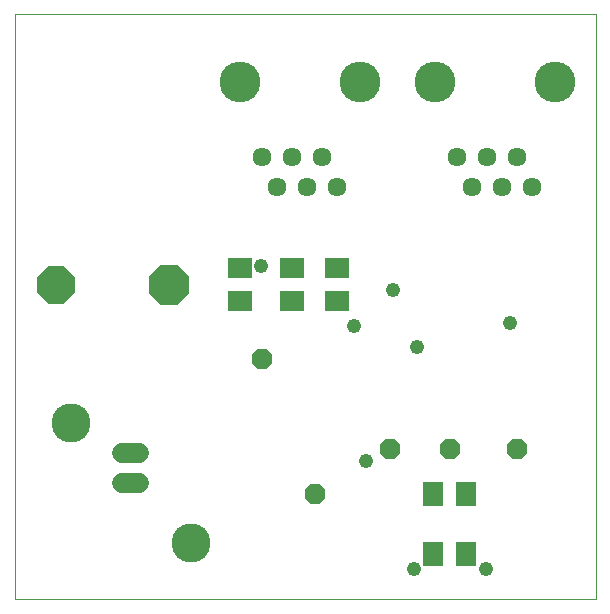
<source format=gbs>
G75*
%MOIN*%
%OFA0B0*%
%FSLAX24Y24*%
%IPPOS*%
%LPD*%
%AMOC8*
5,1,8,0,0,1.08239X$1,22.5*
%
%ADD10C,0.0000*%
%ADD11C,0.0662*%
%ADD12C,0.1303*%
%ADD13OC8,0.1261*%
%ADD14OC8,0.1346*%
%ADD15C,0.0634*%
%ADD16C,0.1360*%
%ADD17R,0.0710X0.0790*%
%ADD18R,0.0789X0.0710*%
%ADD19R,0.0790X0.0710*%
%ADD20OC8,0.0680*%
%ADD21C,0.0480*%
D10*
X000100Y001257D02*
X000100Y020753D01*
X019470Y020753D01*
X019470Y001257D01*
X000100Y001257D01*
X006960Y018507D02*
X006962Y018557D01*
X006968Y018607D01*
X006978Y018656D01*
X006991Y018705D01*
X007009Y018752D01*
X007030Y018798D01*
X007054Y018841D01*
X007082Y018883D01*
X007113Y018923D01*
X007147Y018960D01*
X007184Y018994D01*
X007224Y019025D01*
X007266Y019053D01*
X007309Y019077D01*
X007355Y019098D01*
X007402Y019116D01*
X007451Y019129D01*
X007500Y019139D01*
X007550Y019145D01*
X007600Y019147D01*
X007650Y019145D01*
X007700Y019139D01*
X007749Y019129D01*
X007798Y019116D01*
X007845Y019098D01*
X007891Y019077D01*
X007934Y019053D01*
X007976Y019025D01*
X008016Y018994D01*
X008053Y018960D01*
X008087Y018923D01*
X008118Y018883D01*
X008146Y018841D01*
X008170Y018798D01*
X008191Y018752D01*
X008209Y018705D01*
X008222Y018656D01*
X008232Y018607D01*
X008238Y018557D01*
X008240Y018507D01*
X008238Y018457D01*
X008232Y018407D01*
X008222Y018358D01*
X008209Y018309D01*
X008191Y018262D01*
X008170Y018216D01*
X008146Y018173D01*
X008118Y018131D01*
X008087Y018091D01*
X008053Y018054D01*
X008016Y018020D01*
X007976Y017989D01*
X007934Y017961D01*
X007891Y017937D01*
X007845Y017916D01*
X007798Y017898D01*
X007749Y017885D01*
X007700Y017875D01*
X007650Y017869D01*
X007600Y017867D01*
X007550Y017869D01*
X007500Y017875D01*
X007451Y017885D01*
X007402Y017898D01*
X007355Y017916D01*
X007309Y017937D01*
X007266Y017961D01*
X007224Y017989D01*
X007184Y018020D01*
X007147Y018054D01*
X007113Y018091D01*
X007082Y018131D01*
X007054Y018173D01*
X007030Y018216D01*
X007009Y018262D01*
X006991Y018309D01*
X006978Y018358D01*
X006968Y018407D01*
X006962Y018457D01*
X006960Y018507D01*
X010960Y018507D02*
X010962Y018557D01*
X010968Y018607D01*
X010978Y018656D01*
X010991Y018705D01*
X011009Y018752D01*
X011030Y018798D01*
X011054Y018841D01*
X011082Y018883D01*
X011113Y018923D01*
X011147Y018960D01*
X011184Y018994D01*
X011224Y019025D01*
X011266Y019053D01*
X011309Y019077D01*
X011355Y019098D01*
X011402Y019116D01*
X011451Y019129D01*
X011500Y019139D01*
X011550Y019145D01*
X011600Y019147D01*
X011650Y019145D01*
X011700Y019139D01*
X011749Y019129D01*
X011798Y019116D01*
X011845Y019098D01*
X011891Y019077D01*
X011934Y019053D01*
X011976Y019025D01*
X012016Y018994D01*
X012053Y018960D01*
X012087Y018923D01*
X012118Y018883D01*
X012146Y018841D01*
X012170Y018798D01*
X012191Y018752D01*
X012209Y018705D01*
X012222Y018656D01*
X012232Y018607D01*
X012238Y018557D01*
X012240Y018507D01*
X012238Y018457D01*
X012232Y018407D01*
X012222Y018358D01*
X012209Y018309D01*
X012191Y018262D01*
X012170Y018216D01*
X012146Y018173D01*
X012118Y018131D01*
X012087Y018091D01*
X012053Y018054D01*
X012016Y018020D01*
X011976Y017989D01*
X011934Y017961D01*
X011891Y017937D01*
X011845Y017916D01*
X011798Y017898D01*
X011749Y017885D01*
X011700Y017875D01*
X011650Y017869D01*
X011600Y017867D01*
X011550Y017869D01*
X011500Y017875D01*
X011451Y017885D01*
X011402Y017898D01*
X011355Y017916D01*
X011309Y017937D01*
X011266Y017961D01*
X011224Y017989D01*
X011184Y018020D01*
X011147Y018054D01*
X011113Y018091D01*
X011082Y018131D01*
X011054Y018173D01*
X011030Y018216D01*
X011009Y018262D01*
X010991Y018309D01*
X010978Y018358D01*
X010968Y018407D01*
X010962Y018457D01*
X010960Y018507D01*
X013460Y018507D02*
X013462Y018557D01*
X013468Y018607D01*
X013478Y018656D01*
X013491Y018705D01*
X013509Y018752D01*
X013530Y018798D01*
X013554Y018841D01*
X013582Y018883D01*
X013613Y018923D01*
X013647Y018960D01*
X013684Y018994D01*
X013724Y019025D01*
X013766Y019053D01*
X013809Y019077D01*
X013855Y019098D01*
X013902Y019116D01*
X013951Y019129D01*
X014000Y019139D01*
X014050Y019145D01*
X014100Y019147D01*
X014150Y019145D01*
X014200Y019139D01*
X014249Y019129D01*
X014298Y019116D01*
X014345Y019098D01*
X014391Y019077D01*
X014434Y019053D01*
X014476Y019025D01*
X014516Y018994D01*
X014553Y018960D01*
X014587Y018923D01*
X014618Y018883D01*
X014646Y018841D01*
X014670Y018798D01*
X014691Y018752D01*
X014709Y018705D01*
X014722Y018656D01*
X014732Y018607D01*
X014738Y018557D01*
X014740Y018507D01*
X014738Y018457D01*
X014732Y018407D01*
X014722Y018358D01*
X014709Y018309D01*
X014691Y018262D01*
X014670Y018216D01*
X014646Y018173D01*
X014618Y018131D01*
X014587Y018091D01*
X014553Y018054D01*
X014516Y018020D01*
X014476Y017989D01*
X014434Y017961D01*
X014391Y017937D01*
X014345Y017916D01*
X014298Y017898D01*
X014249Y017885D01*
X014200Y017875D01*
X014150Y017869D01*
X014100Y017867D01*
X014050Y017869D01*
X014000Y017875D01*
X013951Y017885D01*
X013902Y017898D01*
X013855Y017916D01*
X013809Y017937D01*
X013766Y017961D01*
X013724Y017989D01*
X013684Y018020D01*
X013647Y018054D01*
X013613Y018091D01*
X013582Y018131D01*
X013554Y018173D01*
X013530Y018216D01*
X013509Y018262D01*
X013491Y018309D01*
X013478Y018358D01*
X013468Y018407D01*
X013462Y018457D01*
X013460Y018507D01*
X017460Y018507D02*
X017462Y018557D01*
X017468Y018607D01*
X017478Y018656D01*
X017491Y018705D01*
X017509Y018752D01*
X017530Y018798D01*
X017554Y018841D01*
X017582Y018883D01*
X017613Y018923D01*
X017647Y018960D01*
X017684Y018994D01*
X017724Y019025D01*
X017766Y019053D01*
X017809Y019077D01*
X017855Y019098D01*
X017902Y019116D01*
X017951Y019129D01*
X018000Y019139D01*
X018050Y019145D01*
X018100Y019147D01*
X018150Y019145D01*
X018200Y019139D01*
X018249Y019129D01*
X018298Y019116D01*
X018345Y019098D01*
X018391Y019077D01*
X018434Y019053D01*
X018476Y019025D01*
X018516Y018994D01*
X018553Y018960D01*
X018587Y018923D01*
X018618Y018883D01*
X018646Y018841D01*
X018670Y018798D01*
X018691Y018752D01*
X018709Y018705D01*
X018722Y018656D01*
X018732Y018607D01*
X018738Y018557D01*
X018740Y018507D01*
X018738Y018457D01*
X018732Y018407D01*
X018722Y018358D01*
X018709Y018309D01*
X018691Y018262D01*
X018670Y018216D01*
X018646Y018173D01*
X018618Y018131D01*
X018587Y018091D01*
X018553Y018054D01*
X018516Y018020D01*
X018476Y017989D01*
X018434Y017961D01*
X018391Y017937D01*
X018345Y017916D01*
X018298Y017898D01*
X018249Y017885D01*
X018200Y017875D01*
X018150Y017869D01*
X018100Y017867D01*
X018050Y017869D01*
X018000Y017875D01*
X017951Y017885D01*
X017902Y017898D01*
X017855Y017916D01*
X017809Y017937D01*
X017766Y017961D01*
X017724Y017989D01*
X017684Y018020D01*
X017647Y018054D01*
X017613Y018091D01*
X017582Y018131D01*
X017554Y018173D01*
X017530Y018216D01*
X017509Y018262D01*
X017491Y018309D01*
X017478Y018358D01*
X017468Y018407D01*
X017462Y018457D01*
X017460Y018507D01*
D11*
X004265Y006131D02*
X003683Y006131D01*
X003675Y005139D02*
X004257Y005139D01*
D12*
X005974Y003131D03*
X001974Y007131D03*
D13*
X001494Y011726D03*
D14*
X005234Y011726D03*
D15*
X008850Y015007D03*
X008350Y016007D03*
X009350Y016007D03*
X009850Y015007D03*
X010350Y016007D03*
X010850Y015007D03*
X014850Y016007D03*
X015350Y015007D03*
X015850Y016007D03*
X016350Y015007D03*
X016850Y016007D03*
X017350Y015007D03*
D16*
X018100Y018507D03*
X014100Y018507D03*
X011600Y018507D03*
X007600Y018507D03*
D17*
X014040Y004757D03*
X015160Y004757D03*
X015160Y002757D03*
X014040Y002757D03*
D18*
X010850Y011206D03*
X010850Y012308D03*
X009350Y012308D03*
X009350Y011206D03*
D19*
X007600Y011197D03*
X007600Y012317D03*
D20*
X008350Y009257D03*
X010100Y004757D03*
X012600Y006257D03*
X014600Y006257D03*
X016850Y006257D03*
D21*
X015800Y002257D03*
X013400Y002257D03*
X011800Y005857D03*
X013500Y009657D03*
X012700Y011557D03*
X011400Y010357D03*
X008300Y012357D03*
X016600Y010457D03*
M02*

</source>
